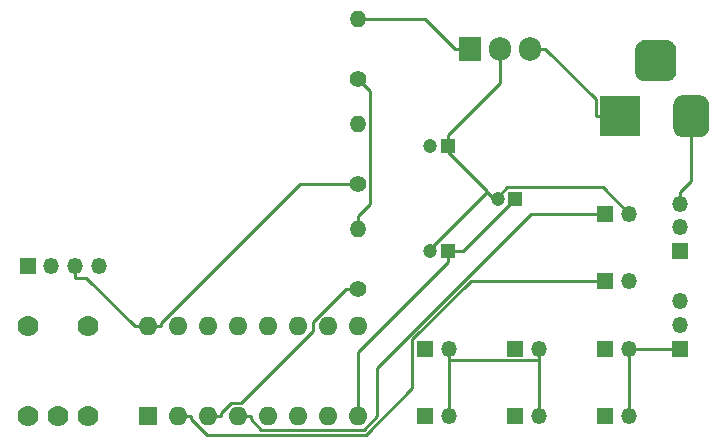
<source format=gbr>
G04 #@! TF.GenerationSoftware,KiCad,Pcbnew,(5.1.5-0-10_14)*
G04 #@! TF.CreationDate,2020-05-21T14:15:11-05:00*
G04 #@! TF.ProjectId,esp12e-oven,65737031-3265-42d6-9f76-656e2e6b6963,rev?*
G04 #@! TF.SameCoordinates,Original*
G04 #@! TF.FileFunction,Copper,L2,Bot*
G04 #@! TF.FilePolarity,Positive*
%FSLAX46Y46*%
G04 Gerber Fmt 4.6, Leading zero omitted, Abs format (unit mm)*
G04 Created by KiCad (PCBNEW (5.1.5-0-10_14)) date 2020-05-21 14:15:11*
%MOMM*%
%LPD*%
G04 APERTURE LIST*
%ADD10O,1.400000X1.400000*%
%ADD11C,1.400000*%
%ADD12C,0.100000*%
%ADD13R,3.500000X3.500000*%
%ADD14O,1.350000X1.350000*%
%ADD15R,1.350000X1.350000*%
%ADD16C,1.200000*%
%ADD17R,1.200000X1.200000*%
%ADD18O,1.600000X1.600000*%
%ADD19R,1.600000X1.600000*%
%ADD20O,1.905000X2.000000*%
%ADD21R,1.905000X2.000000*%
%ADD22C,1.778000*%
%ADD23C,0.250000*%
G04 APERTURE END LIST*
D10*
X66675000Y-52705000D03*
D11*
X66675000Y-57785000D03*
G04 #@! TA.AperFunction,ComponentPad*
D12*
G36*
X92860765Y-36734213D02*
G01*
X92945704Y-36746813D01*
X93028999Y-36767677D01*
X93109848Y-36796605D01*
X93187472Y-36833319D01*
X93261124Y-36877464D01*
X93330094Y-36928616D01*
X93393718Y-36986282D01*
X93451384Y-37049906D01*
X93502536Y-37118876D01*
X93546681Y-37192528D01*
X93583395Y-37270152D01*
X93612323Y-37351001D01*
X93633187Y-37434296D01*
X93645787Y-37519235D01*
X93650000Y-37605000D01*
X93650000Y-39355000D01*
X93645787Y-39440765D01*
X93633187Y-39525704D01*
X93612323Y-39608999D01*
X93583395Y-39689848D01*
X93546681Y-39767472D01*
X93502536Y-39841124D01*
X93451384Y-39910094D01*
X93393718Y-39973718D01*
X93330094Y-40031384D01*
X93261124Y-40082536D01*
X93187472Y-40126681D01*
X93109848Y-40163395D01*
X93028999Y-40192323D01*
X92945704Y-40213187D01*
X92860765Y-40225787D01*
X92775000Y-40230000D01*
X91025000Y-40230000D01*
X90939235Y-40225787D01*
X90854296Y-40213187D01*
X90771001Y-40192323D01*
X90690152Y-40163395D01*
X90612528Y-40126681D01*
X90538876Y-40082536D01*
X90469906Y-40031384D01*
X90406282Y-39973718D01*
X90348616Y-39910094D01*
X90297464Y-39841124D01*
X90253319Y-39767472D01*
X90216605Y-39689848D01*
X90187677Y-39608999D01*
X90166813Y-39525704D01*
X90154213Y-39440765D01*
X90150000Y-39355000D01*
X90150000Y-37605000D01*
X90154213Y-37519235D01*
X90166813Y-37434296D01*
X90187677Y-37351001D01*
X90216605Y-37270152D01*
X90253319Y-37192528D01*
X90297464Y-37118876D01*
X90348616Y-37049906D01*
X90406282Y-36986282D01*
X90469906Y-36928616D01*
X90538876Y-36877464D01*
X90612528Y-36833319D01*
X90690152Y-36796605D01*
X90771001Y-36767677D01*
X90854296Y-36746813D01*
X90939235Y-36734213D01*
X91025000Y-36730000D01*
X92775000Y-36730000D01*
X92860765Y-36734213D01*
G37*
G04 #@! TD.AperFunction*
G04 #@! TA.AperFunction,ComponentPad*
G36*
X95723513Y-41433611D02*
G01*
X95796318Y-41444411D01*
X95867714Y-41462295D01*
X95937013Y-41487090D01*
X96003548Y-41518559D01*
X96066678Y-41556398D01*
X96125795Y-41600242D01*
X96180330Y-41649670D01*
X96229758Y-41704205D01*
X96273602Y-41763322D01*
X96311441Y-41826452D01*
X96342910Y-41892987D01*
X96367705Y-41962286D01*
X96385589Y-42033682D01*
X96396389Y-42106487D01*
X96400000Y-42180000D01*
X96400000Y-44180000D01*
X96396389Y-44253513D01*
X96385589Y-44326318D01*
X96367705Y-44397714D01*
X96342910Y-44467013D01*
X96311441Y-44533548D01*
X96273602Y-44596678D01*
X96229758Y-44655795D01*
X96180330Y-44710330D01*
X96125795Y-44759758D01*
X96066678Y-44803602D01*
X96003548Y-44841441D01*
X95937013Y-44872910D01*
X95867714Y-44897705D01*
X95796318Y-44915589D01*
X95723513Y-44926389D01*
X95650000Y-44930000D01*
X94150000Y-44930000D01*
X94076487Y-44926389D01*
X94003682Y-44915589D01*
X93932286Y-44897705D01*
X93862987Y-44872910D01*
X93796452Y-44841441D01*
X93733322Y-44803602D01*
X93674205Y-44759758D01*
X93619670Y-44710330D01*
X93570242Y-44655795D01*
X93526398Y-44596678D01*
X93488559Y-44533548D01*
X93457090Y-44467013D01*
X93432295Y-44397714D01*
X93414411Y-44326318D01*
X93403611Y-44253513D01*
X93400000Y-44180000D01*
X93400000Y-42180000D01*
X93403611Y-42106487D01*
X93414411Y-42033682D01*
X93432295Y-41962286D01*
X93457090Y-41892987D01*
X93488559Y-41826452D01*
X93526398Y-41763322D01*
X93570242Y-41704205D01*
X93619670Y-41649670D01*
X93674205Y-41600242D01*
X93733322Y-41556398D01*
X93796452Y-41518559D01*
X93862987Y-41487090D01*
X93932286Y-41462295D01*
X94003682Y-41444411D01*
X94076487Y-41433611D01*
X94150000Y-41430000D01*
X95650000Y-41430000D01*
X95723513Y-41433611D01*
G37*
G04 #@! TD.AperFunction*
D13*
X88900000Y-43180000D03*
D14*
X89630000Y-51435000D03*
D15*
X87630000Y-51435000D03*
D14*
X89630000Y-57150000D03*
D15*
X87630000Y-57150000D03*
D14*
X89630000Y-62865000D03*
D15*
X87630000Y-62865000D03*
D14*
X89630000Y-68580000D03*
D15*
X87630000Y-68580000D03*
D14*
X93980000Y-50610000D03*
X93980000Y-52610000D03*
D15*
X93980000Y-54610000D03*
D14*
X93980000Y-58865000D03*
X93980000Y-60865000D03*
D15*
X93980000Y-62865000D03*
D14*
X82010000Y-62865000D03*
D15*
X80010000Y-62865000D03*
D14*
X82010000Y-68580000D03*
D15*
X80010000Y-68580000D03*
D14*
X44735000Y-55880000D03*
X42735000Y-55880000D03*
X40735000Y-55880000D03*
D15*
X38735000Y-55880000D03*
D10*
X66675000Y-43815000D03*
D11*
X66675000Y-48895000D03*
D16*
X72795000Y-54610000D03*
D17*
X74295000Y-54610000D03*
D16*
X78510000Y-50165000D03*
D17*
X80010000Y-50165000D03*
D16*
X72795000Y-45720000D03*
D17*
X74295000Y-45720000D03*
D18*
X48895000Y-60960000D03*
X66675000Y-68580000D03*
X51435000Y-60960000D03*
X64135000Y-68580000D03*
X53975000Y-60960000D03*
X61595000Y-68580000D03*
X56515000Y-60960000D03*
X59055000Y-68580000D03*
X59055000Y-60960000D03*
X56515000Y-68580000D03*
X61595000Y-60960000D03*
X53975000Y-68580000D03*
X64135000Y-60960000D03*
X51435000Y-68580000D03*
X66675000Y-60960000D03*
D19*
X48895000Y-68580000D03*
D20*
X81280000Y-37465000D03*
X78740000Y-37465000D03*
D21*
X76200000Y-37465000D03*
D22*
X38735000Y-68580000D03*
X41275000Y-68580000D03*
X43815000Y-68580000D03*
X43815000Y-60960000D03*
X38735000Y-60960000D03*
D15*
X72390000Y-68580000D03*
D14*
X74390000Y-68580000D03*
X74390000Y-62865000D03*
D15*
X72390000Y-62865000D03*
D11*
X66675000Y-40005000D03*
D10*
X66675000Y-34925000D03*
D23*
X48895000Y-60960000D02*
X50020300Y-60960000D01*
X66675000Y-48895000D02*
X61804000Y-48895000D01*
X61804000Y-48895000D02*
X50020300Y-60678700D01*
X50020300Y-60678700D02*
X50020300Y-60960000D01*
X78510000Y-49997600D02*
X78510000Y-50165000D01*
X89630000Y-51435000D02*
X87403300Y-49208300D01*
X87403300Y-49208300D02*
X79299300Y-49208300D01*
X79299300Y-49208300D02*
X78510000Y-49997600D01*
X77619400Y-49591100D02*
X78025900Y-49997600D01*
X78025900Y-49997600D02*
X78510000Y-49997600D01*
X74295000Y-46182600D02*
X77619400Y-49507000D01*
X77619400Y-49507000D02*
X77619400Y-49591100D01*
X77619400Y-49591100D02*
X72795000Y-54415500D01*
X72795000Y-54415500D02*
X72795000Y-54610000D01*
X82010000Y-63865300D02*
X82010000Y-68580000D01*
X74390000Y-63865300D02*
X82010000Y-63865300D01*
X89630000Y-62865000D02*
X89630000Y-67579700D01*
X89630000Y-68580000D02*
X89630000Y-67579700D01*
X89630000Y-62865000D02*
X92979700Y-62865000D01*
X74390000Y-63865300D02*
X74390000Y-62865000D01*
X74390000Y-68580000D02*
X74390000Y-63865300D01*
X93980000Y-62865000D02*
X92979700Y-62865000D01*
X82010000Y-62865000D02*
X82010000Y-63865300D01*
X42735000Y-55880000D02*
X42735000Y-56880300D01*
X48895000Y-60960000D02*
X47769700Y-60960000D01*
X47769700Y-60960000D02*
X43690000Y-56880300D01*
X43690000Y-56880300D02*
X42735000Y-56880300D01*
X74295000Y-45720000D02*
X74295000Y-46182600D01*
X74295000Y-45488600D02*
X74295000Y-45720000D01*
X74295000Y-45488600D02*
X74295000Y-44794700D01*
X78740000Y-37465000D02*
X78740000Y-40349700D01*
X78740000Y-40349700D02*
X74295000Y-44794700D01*
X76200000Y-37465000D02*
X74922200Y-37465000D01*
X66675000Y-34925000D02*
X72382200Y-34925000D01*
X72382200Y-34925000D02*
X74922200Y-37465000D01*
X74295000Y-54610000D02*
X74295000Y-55535300D01*
X74295000Y-55535300D02*
X66675000Y-63155300D01*
X66675000Y-63155300D02*
X66675000Y-68580000D01*
X80010000Y-50165000D02*
X75565000Y-54610000D01*
X75565000Y-54610000D02*
X74295000Y-54610000D01*
X93980000Y-50610000D02*
X93980000Y-49609700D01*
X93980000Y-49609700D02*
X94900000Y-48689700D01*
X94900000Y-48689700D02*
X94900000Y-43180000D01*
X88900000Y-43180000D02*
X86824700Y-43180000D01*
X81280000Y-37465000D02*
X82557800Y-37465000D01*
X82557800Y-37465000D02*
X86824700Y-41731900D01*
X86824700Y-41731900D02*
X86824700Y-43180000D01*
X66675000Y-52705000D02*
X66675000Y-51679700D01*
X66675000Y-40005000D02*
X67700300Y-41030300D01*
X67700300Y-41030300D02*
X67700300Y-50654400D01*
X67700300Y-50654400D02*
X66675000Y-51679700D01*
X51435000Y-68580000D02*
X52560300Y-68580000D01*
X52560300Y-68580000D02*
X52560300Y-68861300D01*
X52560300Y-68861300D02*
X53868600Y-70169600D01*
X53868600Y-70169600D02*
X67345100Y-70169600D01*
X67345100Y-70169600D02*
X71292800Y-66221900D01*
X71292800Y-66221900D02*
X71292800Y-62086300D01*
X71292800Y-62086300D02*
X76229100Y-57150000D01*
X76229100Y-57150000D02*
X87630000Y-57150000D01*
X87630000Y-51435000D02*
X81307200Y-51435000D01*
X81307200Y-51435000D02*
X68272000Y-64470200D01*
X68272000Y-64470200D02*
X68272000Y-68601100D01*
X68272000Y-68601100D02*
X67157600Y-69715500D01*
X67157600Y-69715500D02*
X58494500Y-69715500D01*
X58494500Y-69715500D02*
X57640300Y-68861300D01*
X57640300Y-68861300D02*
X57640300Y-68580000D01*
X56515000Y-68580000D02*
X57640300Y-68580000D01*
X53975000Y-68580000D02*
X55100300Y-68580000D01*
X55100300Y-68580000D02*
X55100300Y-68298600D01*
X55100300Y-68298600D02*
X55944200Y-67454700D01*
X55944200Y-67454700D02*
X56748100Y-67454700D01*
X56748100Y-67454700D02*
X62865000Y-61337800D01*
X62865000Y-61337800D02*
X62865000Y-60586100D01*
X62865000Y-60586100D02*
X65666100Y-57785000D01*
X65666100Y-57785000D02*
X66675000Y-57785000D01*
M02*

</source>
